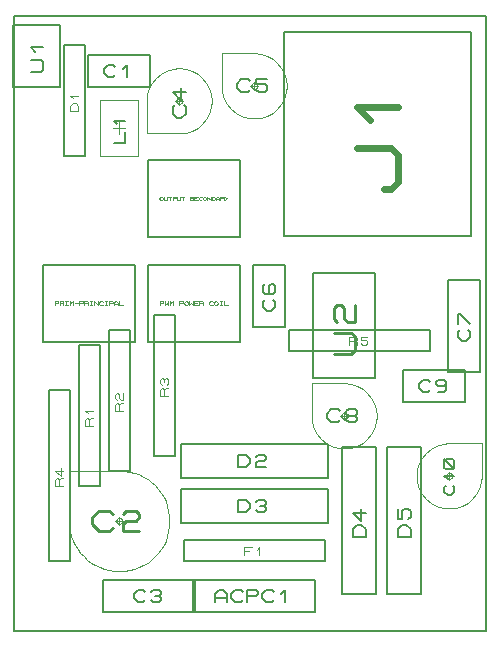
<source format=gbr>
G04 PROTEUS GERBER X2 FILE*
%TF.GenerationSoftware,Labcenter,Proteus,8.5-SP0-Build22067*%
%TF.CreationDate,2019-11-03T13:44:13+00:00*%
%TF.FileFunction,AssemblyDrawing,Top*%
%TF.FilePolarity,Positive*%
%TF.Part,Single*%
%FSLAX45Y45*%
%MOMM*%
G01*
%TA.AperFunction,Profile*%
%ADD25C,0.203200*%
%ADD47C,0.164590*%
%TA.AperFunction,Material*%
%ADD48C,0.050000*%
%ADD49C,0.285000*%
%ADD73C,0.152400*%
%ADD50C,0.580810*%
%ADD28C,0.203200*%
%ADD51C,0.106680*%
%ADD52C,0.172210*%
%ADD53C,0.164590*%
%ADD54C,0.138750*%
%ADD55C,0.185000*%
%ADD56C,0.158330*%
%ADD57C,0.296330*%
%ADD58C,0.176100*%
%ADD59C,0.046010*%
%ADD60C,0.052150*%
D25*
X-1904000Y-2587000D02*
X+2085000Y-2587000D01*
X+2085000Y+2620000D01*
X-1904000Y+2620000D01*
X-1904000Y-2587000D01*
X-391160Y-2423160D02*
X+645160Y-2423160D01*
X+645160Y-2148840D01*
X-391160Y-2148840D01*
X-391160Y-2423160D01*
D47*
X-202182Y-2335378D02*
X-202182Y-2269541D01*
X-169264Y-2236623D01*
X-136346Y-2236623D01*
X-103428Y-2269541D01*
X-103428Y-2335378D01*
X-202182Y-2302460D02*
X-103428Y-2302460D01*
X+28245Y-2318919D02*
X+11786Y-2335378D01*
X-37591Y-2335378D01*
X-70509Y-2302460D01*
X-70509Y-2269541D01*
X-37591Y-2236623D01*
X+11786Y-2236623D01*
X+28245Y-2253082D01*
X+61164Y-2335378D02*
X+61164Y-2236623D01*
X+143459Y-2236623D01*
X+159918Y-2253082D01*
X+159918Y-2269541D01*
X+143459Y-2286000D01*
X+61164Y-2286000D01*
X+291591Y-2318919D02*
X+275132Y-2335378D01*
X+225755Y-2335378D01*
X+192837Y-2302460D01*
X+192837Y-2269541D01*
X+225755Y-2236623D01*
X+275132Y-2236623D01*
X+291591Y-2253082D01*
X+357428Y-2269541D02*
X+390346Y-2236623D01*
X+390346Y-2335378D01*
D48*
X-991000Y-1651000D02*
X-991086Y-1648924D01*
X-991788Y-1644771D01*
X-993258Y-1640618D01*
X-995660Y-1636465D01*
X-999333Y-1632366D01*
X-1003486Y-1629357D01*
X-1007639Y-1627440D01*
X-1011792Y-1626357D01*
X-1015945Y-1626000D01*
X-1016000Y-1626000D01*
X-1041000Y-1651000D02*
X-1040914Y-1648924D01*
X-1040212Y-1644771D01*
X-1038742Y-1640618D01*
X-1036340Y-1636465D01*
X-1032667Y-1632366D01*
X-1028514Y-1629357D01*
X-1024361Y-1627440D01*
X-1020208Y-1626357D01*
X-1016055Y-1626000D01*
X-1016000Y-1626000D01*
X-1041000Y-1651000D02*
X-1040914Y-1653076D01*
X-1040212Y-1657229D01*
X-1038742Y-1661382D01*
X-1036340Y-1665535D01*
X-1032667Y-1669634D01*
X-1028514Y-1672643D01*
X-1024361Y-1674560D01*
X-1020208Y-1675643D01*
X-1016055Y-1676000D01*
X-1016000Y-1676000D01*
X-991000Y-1651000D02*
X-991086Y-1653076D01*
X-991788Y-1657229D01*
X-993258Y-1661382D01*
X-995660Y-1665535D01*
X-999333Y-1669634D01*
X-1003486Y-1672643D01*
X-1007639Y-1674560D01*
X-1011792Y-1675643D01*
X-1015945Y-1676000D01*
X-1016000Y-1676000D01*
X-981000Y-1651000D02*
X-1051000Y-1651000D01*
X-1016000Y-1616000D02*
X-1016000Y-1686000D01*
X-1441000Y-1226000D02*
X-1441000Y-1651000D01*
X-1438854Y-1695169D01*
X-1432544Y-1737899D01*
X-1422265Y-1778994D01*
X-1408212Y-1818261D01*
X-1390579Y-1855504D01*
X-1369561Y-1890529D01*
X-1345353Y-1923142D01*
X-1318148Y-1953148D01*
X-1288142Y-1980353D01*
X-1255529Y-2004561D01*
X-1220504Y-2025579D01*
X-1183260Y-2043212D01*
X-1143994Y-2057265D01*
X-1102899Y-2067544D01*
X-1060169Y-2073853D01*
X-1016000Y-2076000D01*
X-971831Y-2073853D01*
X-929101Y-2067544D01*
X-888006Y-2057265D01*
X-848740Y-2043212D01*
X-811496Y-2025579D01*
X-776471Y-2004561D01*
X-743858Y-1980353D01*
X-713852Y-1953148D01*
X-686647Y-1923142D01*
X-662439Y-1890529D01*
X-641421Y-1855504D01*
X-623788Y-1818261D01*
X-609735Y-1778994D01*
X-599456Y-1737899D01*
X-593146Y-1695169D01*
X-591000Y-1651000D01*
X-593146Y-1606831D01*
X-599456Y-1564101D01*
X-609735Y-1523006D01*
X-623788Y-1483739D01*
X-641421Y-1446496D01*
X-662439Y-1411471D01*
X-686647Y-1378858D01*
X-713852Y-1348852D01*
X-743858Y-1321647D01*
X-776471Y-1297439D01*
X-811496Y-1276421D01*
X-848740Y-1258788D01*
X-888006Y-1244735D01*
X-929101Y-1234456D01*
X-971831Y-1228147D01*
X-1016000Y-1226000D01*
X-1441000Y-1226000D01*
D49*
X-1073000Y-1708000D02*
X-1101500Y-1736500D01*
X-1187000Y-1736500D01*
X-1244000Y-1679500D01*
X-1244000Y-1622500D01*
X-1187000Y-1565500D01*
X-1101500Y-1565500D01*
X-1073000Y-1594000D01*
X-987500Y-1594000D02*
X-959000Y-1565500D01*
X-873500Y-1565500D01*
X-845000Y-1594000D01*
X-845000Y-1622500D01*
X-873500Y-1651000D01*
X-959000Y-1651000D01*
X-987500Y-1679500D01*
X-987500Y-1736500D01*
X-845000Y-1736500D01*
D73*
X+1958340Y+760400D02*
X+1958340Y+2487600D01*
X+375920Y+2487600D01*
X+375920Y+760400D01*
X+1958340Y+760400D02*
X+375920Y+760400D01*
X+375920Y+2487600D01*
X+1958340Y+2487600D01*
X+1958340Y+760400D01*
X+375920Y+760400D01*
D50*
X+1225211Y+1159350D02*
X+1283293Y+1159350D01*
X+1341374Y+1217431D01*
X+1341374Y+1449756D01*
X+1283293Y+1507837D01*
X+992886Y+1507837D01*
X+1109049Y+1740162D02*
X+992886Y+1856325D01*
X+1341374Y+1856325D01*
D28*
X-469900Y-1993900D02*
X+723900Y-1993900D01*
X+723900Y-1816100D01*
X-469900Y-1816100D01*
X-469900Y-1993900D01*
D51*
X+41656Y-1937004D02*
X+41656Y-1872996D01*
X+105664Y-1872996D01*
X+41656Y-1905000D02*
X+84328Y-1905000D01*
X+148336Y-1894332D02*
X+169672Y-1872996D01*
X+169672Y-1937004D01*
D28*
X-495300Y-1285240D02*
X+749300Y-1285240D01*
X+749300Y-998220D01*
X-495300Y-998220D01*
X-495300Y-1285240D01*
D52*
X-10769Y-1193394D02*
X-10769Y-1090067D01*
X+58115Y-1090067D01*
X+92557Y-1124509D01*
X+92557Y-1158952D01*
X+58115Y-1193394D01*
X-10769Y-1193394D01*
X+144221Y-1107288D02*
X+161442Y-1090067D01*
X+213105Y-1090067D01*
X+230326Y-1107288D01*
X+230326Y-1124509D01*
X+213105Y-1141730D01*
X+161442Y-1141730D01*
X+144221Y-1158952D01*
X+144221Y-1193394D01*
X+230326Y-1193394D01*
D28*
X-495300Y-1666240D02*
X+749300Y-1666240D01*
X+749300Y-1379220D01*
X-495300Y-1379220D01*
X-495300Y-1666240D01*
D52*
X-10769Y-1574394D02*
X-10769Y-1471067D01*
X+58115Y-1471067D01*
X+92557Y-1505509D01*
X+92557Y-1539952D01*
X+58115Y-1574394D01*
X-10769Y-1574394D01*
X+144221Y-1488288D02*
X+161442Y-1471067D01*
X+213105Y-1471067D01*
X+230326Y-1488288D01*
X+230326Y-1505509D01*
X+213105Y-1522730D01*
X+230326Y-1539952D01*
X+230326Y-1557173D01*
X+213105Y-1574394D01*
X+161442Y-1574394D01*
X+144221Y-1557173D01*
X+178663Y-1522730D02*
X+213105Y-1522730D01*
D28*
X+873760Y-2273300D02*
X+1160780Y-2273300D01*
X+1160780Y-1028700D01*
X+873760Y-1028700D01*
X+873760Y-2273300D01*
D52*
X+1068934Y-1788769D02*
X+965607Y-1788769D01*
X+965607Y-1719885D01*
X+1000049Y-1685443D01*
X+1034492Y-1685443D01*
X+1068934Y-1719885D01*
X+1068934Y-1788769D01*
X+1034492Y-1547674D02*
X+1034492Y-1651000D01*
X+965607Y-1582116D01*
X+1068934Y-1582116D01*
D28*
X+1254760Y-2273300D02*
X+1541780Y-2273300D01*
X+1541780Y-1028700D01*
X+1254760Y-1028700D01*
X+1254760Y-2273300D01*
D52*
X+1449934Y-1788769D02*
X+1346607Y-1788769D01*
X+1346607Y-1719885D01*
X+1381049Y-1685443D01*
X+1415492Y-1685443D01*
X+1449934Y-1719885D01*
X+1449934Y-1788769D01*
X+1346607Y-1547674D02*
X+1346607Y-1633779D01*
X+1381049Y-1633779D01*
X+1381049Y-1564895D01*
X+1398270Y-1547674D01*
X+1432713Y-1547674D01*
X+1449934Y-1564895D01*
X+1449934Y-1616558D01*
X+1432713Y-1633779D01*
D28*
X-1358900Y-1358900D02*
X-1181100Y-1358900D01*
X-1181100Y-165100D01*
X-1358900Y-165100D01*
X-1358900Y-1358900D01*
D51*
X-1237996Y-847344D02*
X-1302004Y-847344D01*
X-1302004Y-794004D01*
X-1291336Y-783336D01*
X-1280668Y-783336D01*
X-1270000Y-794004D01*
X-1270000Y-847344D01*
X-1270000Y-794004D02*
X-1259332Y-783336D01*
X-1237996Y-783336D01*
X-1280668Y-740664D02*
X-1302004Y-719328D01*
X-1237996Y-719328D01*
D28*
X-1104900Y-1231900D02*
X-927100Y-1231900D01*
X-927100Y-38100D01*
X-1104900Y-38100D01*
X-1104900Y-1231900D01*
D51*
X-983996Y-720344D02*
X-1048004Y-720344D01*
X-1048004Y-667004D01*
X-1037336Y-656336D01*
X-1026668Y-656336D01*
X-1016000Y-667004D01*
X-1016000Y-720344D01*
X-1016000Y-667004D02*
X-1005332Y-656336D01*
X-983996Y-656336D01*
X-1037336Y-624332D02*
X-1048004Y-613664D01*
X-1048004Y-581660D01*
X-1037336Y-570992D01*
X-1026668Y-570992D01*
X-1016000Y-581660D01*
X-1016000Y-613664D01*
X-1005332Y-624332D01*
X-983996Y-624332D01*
X-983996Y-570992D01*
D28*
X-723900Y-1104900D02*
X-546100Y-1104900D01*
X-546100Y+88900D01*
X-723900Y+88900D01*
X-723900Y-1104900D01*
D51*
X-602996Y-593344D02*
X-667004Y-593344D01*
X-667004Y-540004D01*
X-656336Y-529336D01*
X-645668Y-529336D01*
X-635000Y-540004D01*
X-635000Y-593344D01*
X-635000Y-540004D02*
X-624332Y-529336D01*
X-602996Y-529336D01*
X-656336Y-497332D02*
X-667004Y-486664D01*
X-667004Y-454660D01*
X-656336Y-443992D01*
X-645668Y-443992D01*
X-635000Y-454660D01*
X-624332Y-443992D01*
X-613664Y-443992D01*
X-602996Y-454660D01*
X-602996Y-486664D01*
X-613664Y-497332D01*
X-635000Y-475996D02*
X-635000Y-454660D01*
D28*
X+1767840Y-391160D02*
X+2042160Y-391160D01*
X+2042160Y+391160D01*
X+1767840Y+391160D01*
X+1767840Y-391160D01*
D53*
X+1937919Y-32919D02*
X+1954378Y-49378D01*
X+1954378Y-98755D01*
X+1921460Y-131673D01*
X+1888541Y-131673D01*
X+1855623Y-98755D01*
X+1855623Y-49378D01*
X+1872082Y-32919D01*
X+1855623Y+16459D02*
X+1855623Y+98754D01*
X+1872082Y+98754D01*
X+1954378Y+16459D01*
D28*
X-1153160Y-2423160D02*
X-370840Y-2423160D01*
X-370840Y-2148840D01*
X-1153160Y-2148840D01*
X-1153160Y-2423160D01*
D53*
X-794919Y-2318919D02*
X-811378Y-2335378D01*
X-860755Y-2335378D01*
X-893673Y-2302460D01*
X-893673Y-2269541D01*
X-860755Y-2236623D01*
X-811378Y-2236623D01*
X-794919Y-2253082D01*
X-745541Y-2253082D02*
X-729082Y-2236623D01*
X-679705Y-2236623D01*
X-663246Y-2253082D01*
X-663246Y-2269541D01*
X-679705Y-2286000D01*
X-663246Y-2302460D01*
X-663246Y-2318919D01*
X-679705Y-2335378D01*
X-729082Y-2335378D01*
X-745541Y-2318919D01*
X-712623Y-2286000D02*
X-679705Y-2286000D01*
D48*
X+1803000Y-1270000D02*
X+1802914Y-1267924D01*
X+1802212Y-1263771D01*
X+1800742Y-1259618D01*
X+1798340Y-1255465D01*
X+1794667Y-1251366D01*
X+1790514Y-1248357D01*
X+1786361Y-1246440D01*
X+1782208Y-1245357D01*
X+1778055Y-1245000D01*
X+1778000Y-1245000D01*
X+1753000Y-1270000D02*
X+1753086Y-1267924D01*
X+1753788Y-1263771D01*
X+1755258Y-1259618D01*
X+1757660Y-1255465D01*
X+1761333Y-1251366D01*
X+1765486Y-1248357D01*
X+1769639Y-1246440D01*
X+1773792Y-1245357D01*
X+1777945Y-1245000D01*
X+1778000Y-1245000D01*
X+1753000Y-1270000D02*
X+1753086Y-1272076D01*
X+1753788Y-1276229D01*
X+1755258Y-1280382D01*
X+1757660Y-1284535D01*
X+1761333Y-1288634D01*
X+1765486Y-1291643D01*
X+1769639Y-1293560D01*
X+1773792Y-1294643D01*
X+1777945Y-1295000D01*
X+1778000Y-1295000D01*
X+1803000Y-1270000D02*
X+1802914Y-1272076D01*
X+1802212Y-1276229D01*
X+1800742Y-1280382D01*
X+1798340Y-1284535D01*
X+1794667Y-1288634D01*
X+1790514Y-1291643D01*
X+1786361Y-1293560D01*
X+1782208Y-1294643D01*
X+1778055Y-1295000D01*
X+1778000Y-1295000D01*
X+1778000Y-1305000D02*
X+1778000Y-1235000D01*
X+1813000Y-1270000D02*
X+1743000Y-1270000D01*
X+2053000Y-995000D02*
X+1778000Y-995000D01*
X+1721772Y-1000472D01*
X+1669773Y-1016216D01*
X+1623010Y-1041225D01*
X+1582492Y-1074492D01*
X+1549225Y-1115011D01*
X+1524216Y-1161773D01*
X+1508472Y-1213772D01*
X+1503000Y-1270000D01*
X+1508472Y-1326228D01*
X+1524216Y-1378227D01*
X+1549225Y-1424989D01*
X+1582492Y-1465508D01*
X+1623010Y-1498775D01*
X+1669773Y-1523784D01*
X+1721772Y-1539528D01*
X+1778000Y-1545000D01*
X+1834228Y-1539528D01*
X+1886227Y-1523784D01*
X+1932990Y-1498775D01*
X+1973508Y-1465508D01*
X+2006775Y-1424989D01*
X+2031784Y-1378227D01*
X+2047528Y-1326228D01*
X+2053000Y-1270000D01*
X+2053000Y-995000D01*
D54*
X+1805750Y-1353250D02*
X+1819625Y-1367125D01*
X+1819625Y-1408750D01*
X+1791875Y-1436500D01*
X+1764125Y-1436500D01*
X+1736375Y-1408750D01*
X+1736375Y-1367125D01*
X+1750250Y-1353250D01*
X+1764125Y-1297750D02*
X+1736375Y-1270000D01*
X+1819625Y-1270000D01*
X+1805750Y-1214500D02*
X+1750250Y-1214500D01*
X+1736375Y-1200625D01*
X+1736375Y-1145125D01*
X+1750250Y-1131250D01*
X+1805750Y-1131250D01*
X+1819625Y-1145125D01*
X+1819625Y-1200625D01*
X+1805750Y-1214500D01*
X+1819625Y-1214500D02*
X+1736375Y-1131250D01*
D48*
X+914000Y-762000D02*
X+913914Y-759924D01*
X+913212Y-755771D01*
X+911742Y-751618D01*
X+909340Y-747465D01*
X+905667Y-743366D01*
X+901514Y-740357D01*
X+897361Y-738440D01*
X+893208Y-737357D01*
X+889055Y-737000D01*
X+889000Y-737000D01*
X+864000Y-762000D02*
X+864086Y-759924D01*
X+864788Y-755771D01*
X+866258Y-751618D01*
X+868660Y-747465D01*
X+872333Y-743366D01*
X+876486Y-740357D01*
X+880639Y-738440D01*
X+884792Y-737357D01*
X+888945Y-737000D01*
X+889000Y-737000D01*
X+864000Y-762000D02*
X+864086Y-764076D01*
X+864788Y-768229D01*
X+866258Y-772382D01*
X+868660Y-776535D01*
X+872333Y-780634D01*
X+876486Y-783643D01*
X+880639Y-785560D01*
X+884792Y-786643D01*
X+888945Y-787000D01*
X+889000Y-787000D01*
X+914000Y-762000D02*
X+913914Y-764076D01*
X+913212Y-768229D01*
X+911742Y-772382D01*
X+909340Y-776535D01*
X+905667Y-780634D01*
X+901514Y-783643D01*
X+897361Y-785560D01*
X+893208Y-786643D01*
X+889055Y-787000D01*
X+889000Y-787000D01*
X+924000Y-762000D02*
X+854000Y-762000D01*
X+889000Y-727000D02*
X+889000Y-797000D01*
X+614000Y-487000D02*
X+614000Y-762000D01*
X+619472Y-818228D01*
X+635216Y-870227D01*
X+660225Y-916989D01*
X+693492Y-957508D01*
X+734010Y-990775D01*
X+780773Y-1015784D01*
X+832772Y-1031528D01*
X+889000Y-1037000D01*
X+945228Y-1031528D01*
X+997227Y-1015784D01*
X+1043990Y-990775D01*
X+1084508Y-957508D01*
X+1117775Y-916989D01*
X+1142784Y-870227D01*
X+1158528Y-818228D01*
X+1164000Y-762000D01*
X+1158528Y-705772D01*
X+1142784Y-653773D01*
X+1117775Y-607011D01*
X+1084508Y-566492D01*
X+1043990Y-533225D01*
X+997227Y-508216D01*
X+945228Y-492472D01*
X+889000Y-487000D01*
X+614000Y-487000D01*
D55*
X+852000Y-799000D02*
X+833500Y-817500D01*
X+778000Y-817500D01*
X+741000Y-780500D01*
X+741000Y-743500D01*
X+778000Y-706500D01*
X+833500Y-706500D01*
X+852000Y-725000D01*
X+926000Y-762000D02*
X+907500Y-743500D01*
X+907500Y-725000D01*
X+926000Y-706500D01*
X+981500Y-706500D01*
X+1000000Y-725000D01*
X+1000000Y-743500D01*
X+981500Y-762000D01*
X+926000Y-762000D01*
X+907500Y-780500D01*
X+907500Y-799000D01*
X+926000Y-817500D01*
X+981500Y-817500D01*
X+1000000Y-799000D01*
X+1000000Y-780500D01*
X+981500Y-762000D01*
D28*
X+1386840Y-645160D02*
X+1915160Y-645160D01*
X+1915160Y-370840D01*
X+1386840Y-370840D01*
X+1386840Y-645160D01*
D53*
X+1618081Y-540919D02*
X+1601622Y-557378D01*
X+1552245Y-557378D01*
X+1519327Y-524460D01*
X+1519327Y-491541D01*
X+1552245Y-458623D01*
X+1601622Y-458623D01*
X+1618081Y-475082D01*
X+1749754Y-491541D02*
X+1733295Y-508000D01*
X+1683918Y-508000D01*
X+1667459Y-491541D01*
X+1667459Y-475082D01*
X+1683918Y-458623D01*
X+1733295Y-458623D01*
X+1749754Y-475082D01*
X+1749754Y-540919D01*
X+1733295Y-557378D01*
X+1683918Y-557378D01*
D48*
X+152000Y+2032000D02*
X+151914Y+2034076D01*
X+151212Y+2038229D01*
X+149742Y+2042382D01*
X+147340Y+2046535D01*
X+143667Y+2050634D01*
X+139514Y+2053643D01*
X+135361Y+2055560D01*
X+131208Y+2056643D01*
X+127055Y+2057000D01*
X+127000Y+2057000D01*
X+102000Y+2032000D02*
X+102086Y+2034076D01*
X+102788Y+2038229D01*
X+104258Y+2042382D01*
X+106660Y+2046535D01*
X+110333Y+2050634D01*
X+114486Y+2053643D01*
X+118639Y+2055560D01*
X+122792Y+2056643D01*
X+126945Y+2057000D01*
X+127000Y+2057000D01*
X+102000Y+2032000D02*
X+102086Y+2029924D01*
X+102788Y+2025771D01*
X+104258Y+2021618D01*
X+106660Y+2017465D01*
X+110333Y+2013366D01*
X+114486Y+2010357D01*
X+118639Y+2008440D01*
X+122792Y+2007357D01*
X+126945Y+2007000D01*
X+127000Y+2007000D01*
X+152000Y+2032000D02*
X+151914Y+2029924D01*
X+151212Y+2025771D01*
X+149742Y+2021618D01*
X+147340Y+2017465D01*
X+143667Y+2013366D01*
X+139514Y+2010357D01*
X+135361Y+2008440D01*
X+131208Y+2007357D01*
X+127055Y+2007000D01*
X+127000Y+2007000D01*
X+162000Y+2032000D02*
X+92000Y+2032000D01*
X+127000Y+2067000D02*
X+127000Y+1997000D01*
X-148000Y+2307000D02*
X-148000Y+2032000D01*
X-142528Y+1975772D01*
X-126784Y+1923773D01*
X-101775Y+1877011D01*
X-68508Y+1836492D01*
X-27990Y+1803225D01*
X+18773Y+1778216D01*
X+70772Y+1762472D01*
X+127000Y+1757000D01*
X+183228Y+1762472D01*
X+235227Y+1778216D01*
X+281990Y+1803225D01*
X+322508Y+1836492D01*
X+355775Y+1877011D01*
X+380784Y+1923773D01*
X+396528Y+1975772D01*
X+402000Y+2032000D01*
X+396528Y+2088228D01*
X+380784Y+2140227D01*
X+355775Y+2186989D01*
X+322508Y+2227508D01*
X+281990Y+2260775D01*
X+235227Y+2285784D01*
X+183228Y+2301528D01*
X+127000Y+2307000D01*
X-148000Y+2307000D01*
D55*
X+90000Y+1995000D02*
X+71500Y+1976500D01*
X+16000Y+1976500D01*
X-21000Y+2013500D01*
X-21000Y+2050500D01*
X+16000Y+2087500D01*
X+71500Y+2087500D01*
X+90000Y+2069000D01*
X+238000Y+2087500D02*
X+145500Y+2087500D01*
X+145500Y+2050500D01*
X+219500Y+2050500D01*
X+238000Y+2032000D01*
X+238000Y+1995000D01*
X+219500Y+1976500D01*
X+164000Y+1976500D01*
X+145500Y+1995000D01*
D28*
X+116840Y-10160D02*
X+391160Y-10160D01*
X+391160Y+518160D01*
X+116840Y+518160D01*
X+116840Y-10160D01*
D53*
X+286919Y+221081D02*
X+303378Y+204622D01*
X+303378Y+155245D01*
X+270460Y+122327D01*
X+237541Y+122327D01*
X+204623Y+155245D01*
X+204623Y+204622D01*
X+221082Y+221081D01*
X+221082Y+352754D02*
X+204623Y+336295D01*
X+204623Y+286918D01*
X+221082Y+270459D01*
X+286919Y+270459D01*
X+303378Y+286918D01*
X+303378Y+336295D01*
X+286919Y+352754D01*
X+270460Y+352754D01*
X+254000Y+336295D01*
X+254000Y+270459D01*
D28*
X-1280160Y+2021840D02*
X-751840Y+2021840D01*
X-751840Y+2296160D01*
X-1280160Y+2296160D01*
X-1280160Y+2021840D01*
D53*
X-1048919Y+2126081D02*
X-1065378Y+2109622D01*
X-1114755Y+2109622D01*
X-1147673Y+2142540D01*
X-1147673Y+2175459D01*
X-1114755Y+2208377D01*
X-1065378Y+2208377D01*
X-1048919Y+2191918D01*
X-983082Y+2175459D02*
X-950164Y+2208377D01*
X-950164Y+2109622D01*
D28*
X-1612900Y-1993900D02*
X-1435100Y-1993900D01*
X-1435100Y-546100D01*
X-1612900Y-546100D01*
X-1612900Y-1993900D01*
D51*
X-1491996Y-1355344D02*
X-1556004Y-1355344D01*
X-1556004Y-1302004D01*
X-1545336Y-1291336D01*
X-1534668Y-1291336D01*
X-1524000Y-1302004D01*
X-1524000Y-1355344D01*
X-1524000Y-1302004D02*
X-1513332Y-1291336D01*
X-1491996Y-1291336D01*
X-1513332Y-1205992D02*
X-1513332Y-1270000D01*
X-1556004Y-1227328D01*
X-1491996Y-1227328D01*
D28*
X+419100Y-215900D02*
X+1612900Y-215900D01*
X+1612900Y-38100D01*
X+419100Y-38100D01*
X+419100Y-215900D01*
D51*
X+930656Y-159004D02*
X+930656Y-94996D01*
X+983996Y-94996D01*
X+994664Y-105664D01*
X+994664Y-116332D01*
X+983996Y-127000D01*
X+930656Y-127000D01*
X+983996Y-127000D02*
X+994664Y-137668D01*
X+994664Y-159004D01*
X+1080008Y-94996D02*
X+1026668Y-94996D01*
X+1026668Y-116332D01*
X+1069340Y-116332D01*
X+1080008Y-127000D01*
X+1080008Y-148336D01*
X+1069340Y-159004D01*
X+1037336Y-159004D01*
X+1026668Y-148336D01*
D48*
X-483000Y+1905000D02*
X-483086Y+1907076D01*
X-483788Y+1911229D01*
X-485258Y+1915382D01*
X-487660Y+1919535D01*
X-491333Y+1923634D01*
X-495486Y+1926643D01*
X-499639Y+1928560D01*
X-503792Y+1929643D01*
X-507945Y+1930000D01*
X-508000Y+1930000D01*
X-533000Y+1905000D02*
X-532914Y+1907076D01*
X-532212Y+1911229D01*
X-530742Y+1915382D01*
X-528340Y+1919535D01*
X-524667Y+1923634D01*
X-520514Y+1926643D01*
X-516361Y+1928560D01*
X-512208Y+1929643D01*
X-508055Y+1930000D01*
X-508000Y+1930000D01*
X-533000Y+1905000D02*
X-532914Y+1902924D01*
X-532212Y+1898771D01*
X-530742Y+1894618D01*
X-528340Y+1890465D01*
X-524667Y+1886366D01*
X-520514Y+1883357D01*
X-516361Y+1881440D01*
X-512208Y+1880357D01*
X-508055Y+1880000D01*
X-508000Y+1880000D01*
X-483000Y+1905000D02*
X-483086Y+1902924D01*
X-483788Y+1898771D01*
X-485258Y+1894618D01*
X-487660Y+1890465D01*
X-491333Y+1886366D01*
X-495486Y+1883357D01*
X-499639Y+1881440D01*
X-503792Y+1880357D01*
X-507945Y+1880000D01*
X-508000Y+1880000D01*
X-508000Y+1940000D02*
X-508000Y+1870000D01*
X-543000Y+1905000D02*
X-473000Y+1905000D01*
X-783000Y+1630000D02*
X-508000Y+1630000D01*
X-451772Y+1635472D01*
X-399773Y+1651216D01*
X-353010Y+1676225D01*
X-312492Y+1709492D01*
X-279225Y+1750011D01*
X-254216Y+1796773D01*
X-238472Y+1848772D01*
X-233000Y+1905000D01*
X-238472Y+1961228D01*
X-254216Y+2013227D01*
X-279225Y+2059989D01*
X-312492Y+2100508D01*
X-353010Y+2133775D01*
X-399773Y+2158784D01*
X-451772Y+2174528D01*
X-508000Y+2180000D01*
X-564228Y+2174528D01*
X-616227Y+2158784D01*
X-662990Y+2133775D01*
X-703508Y+2100508D01*
X-736775Y+2059989D01*
X-761784Y+2013227D01*
X-777528Y+1961228D01*
X-783000Y+1905000D01*
X-783000Y+1630000D01*
D55*
X-471000Y+1868000D02*
X-452500Y+1849500D01*
X-452500Y+1794000D01*
X-489500Y+1757000D01*
X-526500Y+1757000D01*
X-563500Y+1794000D01*
X-563500Y+1849500D01*
X-545000Y+1868000D01*
X-489500Y+2016000D02*
X-489500Y+1905000D01*
X-563500Y+1979000D01*
X-452500Y+1979000D01*
D28*
X-1485900Y+1435100D02*
X-1308100Y+1435100D01*
X-1308100Y+2374900D01*
X-1485900Y+2374900D01*
X-1485900Y+1435100D01*
D51*
X-1364996Y+1819656D02*
X-1429004Y+1819656D01*
X-1429004Y+1862328D01*
X-1407668Y+1883664D01*
X-1386332Y+1883664D01*
X-1364996Y+1862328D01*
X-1364996Y+1819656D01*
X-1407668Y+1926336D02*
X-1429004Y+1947672D01*
X-1364996Y+1947672D01*
D48*
X-856000Y+1439000D02*
X-856000Y+1909000D01*
X-1176000Y+1909000D01*
X-1176000Y+1439000D01*
X-856000Y+1439000D01*
X-1066000Y+1674000D02*
X-966000Y+1674000D01*
X-1016000Y+1724000D02*
X-1016000Y+1624000D01*
D56*
X-1063500Y+1547334D02*
X-968500Y+1547334D01*
X-968500Y+1642333D01*
X-1031833Y+1705666D02*
X-1063500Y+1737333D01*
X-968500Y+1737333D01*
D28*
X+624840Y-444500D02*
X+1153160Y-444500D01*
X+1153160Y+444500D01*
X+624840Y+444500D01*
X+624840Y-444500D01*
D57*
X+800100Y-237066D02*
X+948267Y-237066D01*
X+977900Y-207433D01*
X+977900Y-88900D01*
X+948267Y-59267D01*
X+800100Y-59267D01*
X+829733Y+29633D02*
X+800100Y+59266D01*
X+800100Y+148166D01*
X+829733Y+177799D01*
X+859367Y+177799D01*
X+889000Y+148166D01*
X+889000Y+59266D01*
X+918633Y+29633D01*
X+977900Y+29633D01*
X+977900Y+177799D01*
D28*
X-1915160Y+2021840D02*
X-1513840Y+2021840D01*
X-1513840Y+2550160D01*
X-1915160Y+2550160D01*
X-1915160Y+2021840D01*
D58*
X-1767331Y+2145116D02*
X-1679278Y+2145116D01*
X-1661668Y+2162726D01*
X-1661668Y+2233168D01*
X-1679278Y+2250779D01*
X-1767331Y+2250779D01*
X-1732110Y+2321221D02*
X-1767331Y+2356442D01*
X-1661668Y+2356442D01*
D28*
X-772160Y+751840D02*
X+10160Y+751840D01*
X+10160Y+1407160D01*
X-772160Y+1407160D01*
X-772160Y+751840D01*
D59*
X-675512Y+1084101D02*
X-666309Y+1093305D01*
X-657105Y+1093305D01*
X-647902Y+1084101D01*
X-647902Y+1074898D01*
X-657105Y+1065694D01*
X-666309Y+1065694D01*
X-675512Y+1074898D01*
X-675512Y+1084101D01*
X-638698Y+1093305D02*
X-638698Y+1070296D01*
X-634097Y+1065694D01*
X-615690Y+1065694D01*
X-611088Y+1070296D01*
X-611088Y+1093305D01*
X-601884Y+1093305D02*
X-574274Y+1093305D01*
X-588079Y+1093305D02*
X-588079Y+1065694D01*
X-565070Y+1065694D02*
X-565070Y+1093305D01*
X-542062Y+1093305D01*
X-537460Y+1088703D01*
X-537460Y+1084101D01*
X-542062Y+1079500D01*
X-565070Y+1079500D01*
X-528256Y+1093305D02*
X-528256Y+1070296D01*
X-523655Y+1065694D01*
X-505248Y+1065694D01*
X-500646Y+1070296D01*
X-500646Y+1093305D01*
X-491442Y+1093305D02*
X-463832Y+1093305D01*
X-477637Y+1093305D02*
X-477637Y+1065694D01*
X-417814Y+1070296D02*
X-413213Y+1065694D01*
X-394806Y+1065694D01*
X-390204Y+1070296D01*
X-390204Y+1074898D01*
X-394806Y+1079500D01*
X-413213Y+1079500D01*
X-417814Y+1084101D01*
X-417814Y+1088703D01*
X-413213Y+1093305D01*
X-394806Y+1093305D01*
X-390204Y+1088703D01*
X-353390Y+1065694D02*
X-381000Y+1065694D01*
X-381000Y+1093305D01*
X-353390Y+1093305D01*
X-381000Y+1079500D02*
X-362593Y+1079500D01*
X-316576Y+1070296D02*
X-321178Y+1065694D01*
X-334983Y+1065694D01*
X-344186Y+1074898D01*
X-344186Y+1084101D01*
X-334983Y+1093305D01*
X-321178Y+1093305D01*
X-316576Y+1088703D01*
X-307372Y+1084101D02*
X-298169Y+1093305D01*
X-288965Y+1093305D01*
X-279762Y+1084101D01*
X-279762Y+1074898D01*
X-288965Y+1065694D01*
X-298169Y+1065694D01*
X-307372Y+1074898D01*
X-307372Y+1084101D01*
X-270558Y+1065694D02*
X-270558Y+1093305D01*
X-242948Y+1065694D01*
X-242948Y+1093305D01*
X-233744Y+1065694D02*
X-233744Y+1093305D01*
X-215337Y+1093305D01*
X-206134Y+1084101D01*
X-206134Y+1074898D01*
X-215337Y+1065694D01*
X-233744Y+1065694D01*
X-196930Y+1065694D02*
X-196930Y+1084101D01*
X-187727Y+1093305D01*
X-178523Y+1093305D01*
X-169320Y+1084101D01*
X-169320Y+1065694D01*
X-196930Y+1074898D02*
X-169320Y+1074898D01*
X-160116Y+1065694D02*
X-160116Y+1093305D01*
X-137108Y+1093305D01*
X-132506Y+1088703D01*
X-132506Y+1084101D01*
X-137108Y+1079500D01*
X-160116Y+1079500D01*
X-137108Y+1079500D02*
X-132506Y+1074898D01*
X-132506Y+1065694D01*
X-95692Y+1093305D02*
X-123302Y+1065694D01*
X-123302Y+1093305D02*
X-109497Y+1079500D01*
D28*
X-1661160Y-137160D02*
X-878840Y-137160D01*
X-878840Y+518160D01*
X-1661160Y+518160D01*
X-1661160Y-137160D01*
D60*
X-1562061Y+174853D02*
X-1562061Y+206146D01*
X-1535985Y+206146D01*
X-1530769Y+200930D01*
X-1530769Y+195715D01*
X-1535985Y+190500D01*
X-1562061Y+190500D01*
X-1520338Y+174853D02*
X-1520338Y+206146D01*
X-1494262Y+206146D01*
X-1489046Y+200930D01*
X-1489046Y+195715D01*
X-1494262Y+190500D01*
X-1520338Y+190500D01*
X-1494262Y+190500D02*
X-1489046Y+185284D01*
X-1489046Y+174853D01*
X-1473400Y+206146D02*
X-1452539Y+206146D01*
X-1462969Y+206146D02*
X-1462969Y+174853D01*
X-1473400Y+174853D02*
X-1452539Y+174853D01*
X-1436892Y+174853D02*
X-1436892Y+206146D01*
X-1421246Y+190500D01*
X-1405600Y+206146D01*
X-1405600Y+174853D01*
X-1389954Y+190500D02*
X-1363877Y+190500D01*
X-1353446Y+174853D02*
X-1353446Y+206146D01*
X-1327370Y+206146D01*
X-1322154Y+200930D01*
X-1322154Y+195715D01*
X-1327370Y+190500D01*
X-1353446Y+190500D01*
X-1311723Y+174853D02*
X-1311723Y+206146D01*
X-1285647Y+206146D01*
X-1280431Y+200930D01*
X-1280431Y+195715D01*
X-1285647Y+190500D01*
X-1311723Y+190500D01*
X-1285647Y+190500D02*
X-1280431Y+185284D01*
X-1280431Y+174853D01*
X-1264785Y+206146D02*
X-1243924Y+206146D01*
X-1254354Y+206146D02*
X-1254354Y+174853D01*
X-1264785Y+174853D02*
X-1243924Y+174853D01*
X-1228277Y+174853D02*
X-1228277Y+206146D01*
X-1196985Y+174853D01*
X-1196985Y+206146D01*
X-1155262Y+180069D02*
X-1160478Y+174853D01*
X-1176124Y+174853D01*
X-1186554Y+185284D01*
X-1186554Y+195715D01*
X-1176124Y+206146D01*
X-1160478Y+206146D01*
X-1155262Y+200930D01*
X-1139616Y+206146D02*
X-1118755Y+206146D01*
X-1129185Y+206146D02*
X-1129185Y+174853D01*
X-1139616Y+174853D02*
X-1118755Y+174853D01*
X-1103108Y+174853D02*
X-1103108Y+206146D01*
X-1077032Y+206146D01*
X-1071816Y+200930D01*
X-1071816Y+195715D01*
X-1077032Y+190500D01*
X-1103108Y+190500D01*
X-1061385Y+174853D02*
X-1061385Y+195715D01*
X-1050955Y+206146D01*
X-1040524Y+206146D01*
X-1030093Y+195715D01*
X-1030093Y+174853D01*
X-1061385Y+185284D02*
X-1030093Y+185284D01*
X-1019662Y+206146D02*
X-1019662Y+174853D01*
X-988370Y+174853D01*
D28*
X-772160Y-137160D02*
X+10160Y-137160D01*
X+10160Y+518160D01*
X-772160Y+518160D01*
X-772160Y-137160D01*
D60*
X-673061Y+174853D02*
X-673061Y+206146D01*
X-646985Y+206146D01*
X-641769Y+200930D01*
X-641769Y+195715D01*
X-646985Y+190500D01*
X-673061Y+190500D01*
X-631338Y+206146D02*
X-631338Y+174853D01*
X-615692Y+190500D01*
X-600046Y+174853D01*
X-600046Y+206146D01*
X-589615Y+174853D02*
X-589615Y+206146D01*
X-573969Y+190500D01*
X-558323Y+206146D01*
X-558323Y+174853D01*
X-506169Y+174853D02*
X-506169Y+206146D01*
X-480093Y+206146D01*
X-474877Y+200930D01*
X-474877Y+195715D01*
X-480093Y+190500D01*
X-506169Y+190500D01*
X-464446Y+195715D02*
X-454016Y+206146D01*
X-443585Y+206146D01*
X-433154Y+195715D01*
X-433154Y+185284D01*
X-443585Y+174853D01*
X-454016Y+174853D01*
X-464446Y+185284D01*
X-464446Y+195715D01*
X-422723Y+206146D02*
X-422723Y+174853D01*
X-407077Y+190500D01*
X-391431Y+174853D01*
X-391431Y+206146D01*
X-349708Y+174853D02*
X-381000Y+174853D01*
X-381000Y+206146D01*
X-349708Y+206146D01*
X-381000Y+190500D02*
X-360139Y+190500D01*
X-339277Y+174853D02*
X-339277Y+206146D01*
X-313201Y+206146D01*
X-307985Y+200930D01*
X-307985Y+195715D01*
X-313201Y+190500D01*
X-339277Y+190500D01*
X-313201Y+190500D02*
X-307985Y+185284D01*
X-307985Y+174853D01*
X-224539Y+180069D02*
X-229755Y+174853D01*
X-245401Y+174853D01*
X-255831Y+185284D01*
X-255831Y+195715D01*
X-245401Y+206146D01*
X-229755Y+206146D01*
X-224539Y+200930D01*
X-214108Y+195715D02*
X-203678Y+206146D01*
X-193247Y+206146D01*
X-182816Y+195715D01*
X-182816Y+185284D01*
X-193247Y+174853D01*
X-203678Y+174853D01*
X-214108Y+185284D01*
X-214108Y+195715D01*
X-167170Y+206146D02*
X-146309Y+206146D01*
X-156739Y+206146D02*
X-156739Y+174853D01*
X-167170Y+174853D02*
X-146309Y+174853D01*
X-130662Y+206146D02*
X-130662Y+174853D01*
X-99370Y+174853D01*
M02*

</source>
